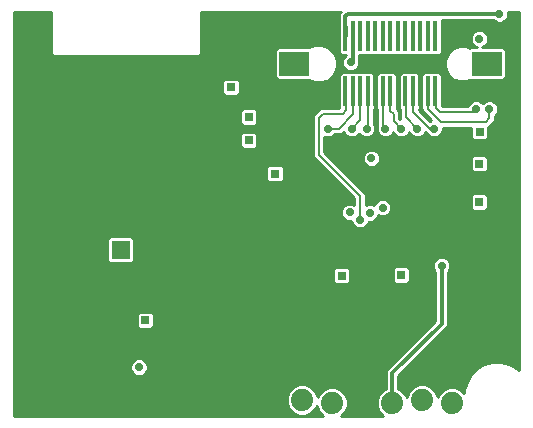
<source format=gbl>
G75*
%MOIN*%
%OFA0B0*%
%FSLAX24Y24*%
%IPPOS*%
%LPD*%
%AMOC8*
5,1,8,0,0,1.08239X$1,22.5*
%
%ADD10C,0.0740*%
%ADD11R,0.0138X0.0984*%
%ADD12R,0.0984X0.0787*%
%ADD13C,0.0100*%
%ADD14C,0.0280*%
%ADD15R,0.0591X0.0591*%
%ADD16C,0.0120*%
%ADD17R,0.0280X0.0280*%
%ADD18C,0.0080*%
D10*
X010788Y001152D03*
X011788Y001052D03*
X012788Y001152D03*
X013788Y001052D03*
X014788Y001152D03*
X015788Y001052D03*
D11*
X015479Y011440D03*
X015229Y011440D03*
X014979Y011440D03*
X014729Y011440D03*
X014479Y011440D03*
X014229Y011440D03*
X013979Y011440D03*
X013729Y011440D03*
X013479Y011440D03*
X013229Y011440D03*
X012979Y011440D03*
X012729Y011440D03*
X012479Y011440D03*
X012229Y011440D03*
X011979Y011440D03*
X011979Y013290D03*
X012229Y013290D03*
X012479Y013290D03*
X012729Y013290D03*
X012979Y013290D03*
X013229Y013290D03*
X013479Y013290D03*
X013729Y013290D03*
X013979Y013290D03*
X014229Y013290D03*
X014479Y013290D03*
X014729Y013290D03*
X014979Y013290D03*
X015229Y013290D03*
X015479Y013290D03*
D12*
X016933Y012365D03*
X010525Y012365D03*
D13*
X001187Y014080D02*
X001187Y000610D01*
X011497Y000610D01*
X011493Y000611D01*
X011347Y000758D01*
X011268Y000949D01*
X011268Y000952D01*
X011229Y000858D01*
X011083Y000711D01*
X010891Y000632D01*
X010685Y000632D01*
X010493Y000711D01*
X010347Y000858D01*
X010268Y001049D01*
X010268Y001256D01*
X010347Y001447D01*
X010493Y001593D01*
X010685Y001672D01*
X010891Y001672D01*
X011083Y001593D01*
X011229Y001447D01*
X011308Y001256D01*
X011308Y001252D01*
X011347Y001347D01*
X011493Y001493D01*
X011685Y001572D01*
X011891Y001572D01*
X012083Y001493D01*
X012229Y001347D01*
X012308Y001156D01*
X012308Y000949D01*
X012229Y000758D01*
X012083Y000611D01*
X012079Y000610D01*
X013497Y000610D01*
X013493Y000611D01*
X013347Y000758D01*
X013268Y000949D01*
X013268Y001156D01*
X013347Y001347D01*
X013493Y001493D01*
X013570Y001525D01*
X013570Y002137D01*
X013693Y002260D01*
X015224Y003790D01*
X015224Y005432D01*
X015188Y005468D01*
X015144Y005575D01*
X015144Y005690D01*
X015188Y005797D01*
X015269Y005878D01*
X015376Y005922D01*
X015491Y005922D01*
X015598Y005878D01*
X015679Y005797D01*
X015724Y005690D01*
X015724Y005575D01*
X015679Y005468D01*
X015644Y005432D01*
X015644Y003616D01*
X013990Y001963D01*
X013990Y001531D01*
X014083Y001493D01*
X014229Y001347D01*
X014268Y001252D01*
X014268Y001256D01*
X014347Y001447D01*
X014493Y001593D01*
X014685Y001672D01*
X014891Y001672D01*
X015083Y001593D01*
X015229Y001447D01*
X015308Y001256D01*
X015308Y001252D01*
X015347Y001347D01*
X015493Y001493D01*
X015685Y001572D01*
X015891Y001572D01*
X016083Y001493D01*
X016192Y001383D01*
X016192Y001483D01*
X016266Y001758D01*
X016408Y002004D01*
X016609Y002205D01*
X016855Y002347D01*
X017130Y002421D01*
X017414Y002421D01*
X017689Y002347D01*
X017935Y002205D01*
X018003Y002137D01*
X018003Y014080D01*
X017651Y014080D01*
X017653Y014076D01*
X017653Y013961D01*
X017609Y013854D01*
X017527Y013772D01*
X017420Y013728D01*
X017305Y013728D01*
X017198Y013772D01*
X017163Y013808D01*
X015448Y013808D01*
X015448Y012736D01*
X015360Y012648D01*
X012689Y012648D01*
X012689Y012500D01*
X012692Y012463D01*
X012692Y012462D01*
X012692Y012455D01*
X012695Y012421D01*
X012692Y012418D01*
X012692Y012346D01*
X012648Y012240D01*
X012566Y012158D01*
X012460Y012114D01*
X012344Y012114D01*
X012238Y012158D01*
X012156Y012240D01*
X012112Y012346D01*
X012112Y012462D01*
X012156Y012568D01*
X012236Y012648D01*
X012098Y012648D01*
X012010Y012736D01*
X012010Y013300D01*
X012004Y013323D01*
X012010Y013333D01*
X012010Y013844D01*
X012021Y013855D01*
X012021Y013861D01*
X012012Y013872D01*
X012019Y013946D01*
X012017Y014021D01*
X012026Y014031D01*
X012028Y014045D01*
X012070Y014080D01*
X007422Y014080D01*
X007422Y012696D01*
X007334Y012608D01*
X002486Y012608D01*
X002398Y012696D01*
X002398Y014080D01*
X001187Y014080D01*
X001187Y014049D02*
X002398Y014049D01*
X002398Y013950D02*
X001187Y013950D01*
X001187Y013852D02*
X002398Y013852D01*
X002398Y013753D02*
X001187Y013753D01*
X001187Y013655D02*
X002398Y013655D01*
X002398Y013556D02*
X001187Y013556D01*
X001187Y013458D02*
X002398Y013458D01*
X002398Y013359D02*
X001187Y013359D01*
X001187Y013261D02*
X002398Y013261D01*
X002398Y013162D02*
X001187Y013162D01*
X001187Y013064D02*
X002398Y013064D01*
X002398Y012965D02*
X001187Y012965D01*
X001187Y012867D02*
X002398Y012867D01*
X002398Y012768D02*
X001187Y012768D01*
X001187Y012670D02*
X002425Y012670D01*
X001187Y012571D02*
X009883Y012571D01*
X009883Y012473D02*
X001187Y012473D01*
X001187Y012374D02*
X009883Y012374D01*
X009883Y012276D02*
X001187Y012276D01*
X001187Y012177D02*
X009883Y012177D01*
X009883Y012079D02*
X001187Y012079D01*
X001187Y011980D02*
X009883Y011980D01*
X009883Y011909D02*
X009971Y011821D01*
X011002Y011821D01*
X011204Y011738D01*
X011453Y011738D01*
X011684Y011833D01*
X011860Y012009D01*
X011955Y012240D01*
X011955Y012489D01*
X011860Y012720D01*
X011684Y012896D01*
X011453Y012992D01*
X011204Y012992D01*
X011002Y012908D01*
X009971Y012908D01*
X009883Y012821D01*
X009883Y011909D01*
X009910Y011882D02*
X001187Y011882D01*
X001187Y011783D02*
X008128Y011783D01*
X008124Y011779D02*
X008124Y011375D01*
X008212Y011287D01*
X008616Y011287D01*
X008704Y011375D01*
X008704Y011779D01*
X008616Y011867D01*
X008212Y011867D01*
X008124Y011779D01*
X008124Y011685D02*
X001187Y011685D01*
X001187Y011586D02*
X008124Y011586D01*
X008124Y011488D02*
X001187Y011488D01*
X001187Y011389D02*
X008124Y011389D01*
X008209Y011291D02*
X001187Y011291D01*
X001187Y011192D02*
X012010Y011192D01*
X012010Y011094D02*
X001187Y011094D01*
X001187Y010995D02*
X012010Y010995D01*
X012010Y010897D02*
X001187Y010897D01*
X001187Y010798D02*
X008717Y010798D01*
X008714Y010795D02*
X008714Y010391D01*
X008802Y010303D01*
X009207Y010303D01*
X009294Y010391D01*
X009294Y010795D01*
X009207Y010883D01*
X008802Y010883D01*
X008714Y010795D01*
X008714Y010700D02*
X001187Y010700D01*
X001187Y010601D02*
X008714Y010601D01*
X008714Y010503D02*
X001187Y010503D01*
X001187Y010404D02*
X008714Y010404D01*
X008800Y010306D02*
X001187Y010306D01*
X001187Y010207D02*
X011149Y010207D01*
X011149Y010109D02*
X001187Y010109D01*
X001187Y010010D02*
X008717Y010010D01*
X008714Y010008D02*
X008714Y009604D01*
X008802Y009516D01*
X009207Y009516D01*
X009294Y009604D01*
X009294Y010008D01*
X009207Y010096D01*
X008802Y010096D01*
X008714Y010008D01*
X008714Y009912D02*
X001187Y009912D01*
X001187Y009813D02*
X008714Y009813D01*
X008714Y009715D02*
X001187Y009715D01*
X001187Y009616D02*
X008714Y009616D01*
X008801Y009518D02*
X001187Y009518D01*
X001187Y009419D02*
X011149Y009419D01*
X011149Y009321D02*
X001187Y009321D01*
X001187Y009222D02*
X011182Y009222D01*
X011149Y009255D02*
X012527Y007877D01*
X012527Y007657D01*
X012428Y007698D01*
X012313Y007698D01*
X012206Y007654D01*
X012125Y007572D01*
X012081Y007466D01*
X012081Y007350D01*
X012125Y007244D01*
X012206Y007162D01*
X012313Y007118D01*
X012427Y007118D01*
X012427Y007106D01*
X012471Y007000D01*
X012553Y006918D01*
X012659Y006874D01*
X012775Y006874D01*
X012881Y006918D01*
X012963Y007000D01*
X013004Y007098D01*
X013105Y007098D01*
X013212Y007142D01*
X013294Y007224D01*
X013327Y007305D01*
X013407Y007272D01*
X013523Y007272D01*
X013629Y007316D01*
X013711Y007397D01*
X013755Y007504D01*
X013755Y007619D01*
X013711Y007726D01*
X013629Y007807D01*
X013523Y007852D01*
X013407Y007852D01*
X013301Y007807D01*
X013219Y007726D01*
X013186Y007645D01*
X013105Y007678D01*
X012990Y007678D01*
X012907Y007644D01*
X012907Y008034D01*
X012796Y008145D01*
X011529Y009412D01*
X011529Y009934D01*
X011589Y009909D01*
X011704Y009909D01*
X011810Y009954D01*
X011866Y010009D01*
X011936Y010009D01*
X011937Y010008D01*
X012014Y010009D01*
X012091Y010009D01*
X012092Y010011D01*
X012094Y010011D01*
X012148Y010066D01*
X012173Y010091D01*
X012196Y010035D01*
X012277Y009954D01*
X012384Y009909D01*
X012499Y009909D01*
X012606Y009954D01*
X012687Y010035D01*
X012688Y010036D01*
X012688Y010035D01*
X012769Y009954D01*
X012876Y009909D01*
X012991Y009909D01*
X013098Y009954D01*
X013179Y010035D01*
X013224Y010142D01*
X013224Y010257D01*
X013179Y010364D01*
X013169Y010374D01*
X013169Y010856D01*
X013198Y010885D01*
X013198Y011994D01*
X013110Y012082D01*
X012098Y012082D01*
X012010Y011994D01*
X012010Y010893D01*
X011410Y010893D01*
X011260Y010744D01*
X011149Y010632D01*
X011149Y009255D01*
X011280Y009124D02*
X001187Y009124D01*
X001187Y009025D02*
X011379Y009025D01*
X011477Y008927D02*
X010151Y008927D01*
X010172Y008905D02*
X010085Y008993D01*
X009680Y008993D01*
X009592Y008905D01*
X009592Y008501D01*
X009680Y008413D01*
X010085Y008413D01*
X010172Y008501D01*
X010172Y008905D01*
X010172Y008828D02*
X011576Y008828D01*
X011674Y008730D02*
X010172Y008730D01*
X010172Y008631D02*
X011773Y008631D01*
X011871Y008533D02*
X010172Y008533D01*
X010105Y008434D02*
X011970Y008434D01*
X012068Y008336D02*
X001187Y008336D01*
X001187Y008434D02*
X009660Y008434D01*
X009592Y008533D02*
X001187Y008533D01*
X001187Y008631D02*
X009592Y008631D01*
X009592Y008730D02*
X001187Y008730D01*
X001187Y008828D02*
X009592Y008828D01*
X009614Y008927D02*
X001187Y008927D01*
X001187Y008237D02*
X012167Y008237D01*
X012265Y008139D02*
X001187Y008139D01*
X001187Y008040D02*
X012364Y008040D01*
X012462Y007942D02*
X001187Y007942D01*
X001187Y007843D02*
X012527Y007843D01*
X012527Y007745D02*
X001187Y007745D01*
X001187Y007646D02*
X012198Y007646D01*
X012115Y007548D02*
X001187Y007548D01*
X001187Y007449D02*
X012081Y007449D01*
X012081Y007351D02*
X001187Y007351D01*
X001187Y007252D02*
X012121Y007252D01*
X012227Y007154D02*
X001187Y007154D01*
X001187Y007055D02*
X012448Y007055D01*
X012514Y006957D02*
X001187Y006957D01*
X001187Y006858D02*
X018003Y006858D01*
X018003Y006760D02*
X001187Y006760D01*
X001187Y006661D02*
X018003Y006661D01*
X018003Y006563D02*
X005137Y006563D01*
X005094Y006605D02*
X004379Y006605D01*
X004291Y006517D01*
X004291Y005803D01*
X004379Y005715D01*
X005094Y005715D01*
X005182Y005803D01*
X005182Y006517D01*
X005094Y006605D01*
X005182Y006464D02*
X018003Y006464D01*
X018003Y006366D02*
X005182Y006366D01*
X005182Y006267D02*
X018003Y006267D01*
X018003Y006169D02*
X005182Y006169D01*
X005182Y006070D02*
X018003Y006070D01*
X018003Y005972D02*
X005182Y005972D01*
X005182Y005873D02*
X015264Y005873D01*
X015179Y005775D02*
X005154Y005775D01*
X004320Y005775D02*
X001187Y005775D01*
X001187Y005873D02*
X004291Y005873D01*
X004291Y005972D02*
X001187Y005972D01*
X001187Y006070D02*
X004291Y006070D01*
X004291Y006169D02*
X001187Y006169D01*
X001187Y006267D02*
X004291Y006267D01*
X004291Y006366D02*
X001187Y006366D01*
X001187Y006464D02*
X004291Y006464D01*
X004337Y006563D02*
X001187Y006563D01*
X001187Y005676D02*
X015144Y005676D01*
X015144Y005578D02*
X014327Y005578D01*
X014297Y005607D02*
X013893Y005607D01*
X013805Y005520D01*
X013805Y005115D01*
X013893Y005027D01*
X014297Y005027D01*
X014385Y005115D01*
X014385Y005520D01*
X014297Y005607D01*
X014385Y005479D02*
X015183Y005479D01*
X015224Y005381D02*
X014385Y005381D01*
X014385Y005282D02*
X015224Y005282D01*
X015224Y005184D02*
X014385Y005184D01*
X014355Y005085D02*
X015224Y005085D01*
X015224Y004987D02*
X001187Y004987D01*
X001187Y005085D02*
X011831Y005085D01*
X011817Y005100D02*
X011905Y005012D01*
X012309Y005012D01*
X012397Y005100D01*
X012397Y005504D01*
X012309Y005592D01*
X011905Y005592D01*
X011817Y005504D01*
X011817Y005100D01*
X011817Y005184D02*
X001187Y005184D01*
X001187Y005282D02*
X011817Y005282D01*
X011817Y005381D02*
X001187Y005381D01*
X001187Y005479D02*
X011817Y005479D01*
X011890Y005578D02*
X001187Y005578D01*
X001187Y004888D02*
X015224Y004888D01*
X015224Y004790D02*
X001187Y004790D01*
X001187Y004691D02*
X015224Y004691D01*
X015224Y004593D02*
X001187Y004593D01*
X001187Y004494D02*
X015224Y004494D01*
X015224Y004396D02*
X001187Y004396D01*
X001187Y004297D02*
X015224Y004297D01*
X015224Y004199D02*
X001187Y004199D01*
X001187Y004100D02*
X015224Y004100D01*
X015224Y004002D02*
X005846Y004002D01*
X005846Y004012D02*
X005758Y004100D01*
X005354Y004100D01*
X005266Y004012D01*
X005266Y003607D01*
X005354Y003520D01*
X005758Y003520D01*
X005846Y003607D01*
X005846Y004012D01*
X005846Y003903D02*
X015224Y003903D01*
X015224Y003805D02*
X005846Y003805D01*
X005846Y003706D02*
X015139Y003706D01*
X015041Y003608D02*
X005846Y003608D01*
X005266Y003608D02*
X001187Y003608D01*
X001187Y003706D02*
X005266Y003706D01*
X005266Y003805D02*
X001187Y003805D01*
X001187Y003903D02*
X005266Y003903D01*
X005266Y004002D02*
X001187Y004002D01*
X001187Y003509D02*
X014942Y003509D01*
X014844Y003411D02*
X001187Y003411D01*
X001187Y003312D02*
X014745Y003312D01*
X014647Y003214D02*
X001187Y003214D01*
X001187Y003115D02*
X014548Y003115D01*
X014450Y003017D02*
X001187Y003017D01*
X001187Y002918D02*
X014351Y002918D01*
X014253Y002820D02*
X001187Y002820D01*
X001187Y002721D02*
X014154Y002721D01*
X014056Y002623D02*
X001187Y002623D01*
X001187Y002524D02*
X005259Y002524D01*
X005289Y002537D02*
X005183Y002492D01*
X005101Y002411D01*
X005057Y002304D01*
X005057Y002189D01*
X005101Y002082D01*
X005183Y002001D01*
X005289Y001957D01*
X005405Y001957D01*
X005511Y002001D01*
X005593Y002082D01*
X005637Y002189D01*
X005637Y002304D01*
X005593Y002411D01*
X005511Y002492D01*
X005405Y002537D01*
X005289Y002537D01*
X005435Y002524D02*
X013957Y002524D01*
X013859Y002426D02*
X005578Y002426D01*
X005628Y002327D02*
X013760Y002327D01*
X013662Y002229D02*
X005637Y002229D01*
X005613Y002130D02*
X013570Y002130D01*
X013570Y002032D02*
X005542Y002032D01*
X005152Y002032D02*
X001187Y002032D01*
X001187Y002130D02*
X005081Y002130D01*
X005057Y002229D02*
X001187Y002229D01*
X001187Y002327D02*
X005066Y002327D01*
X005116Y002426D02*
X001187Y002426D01*
X001187Y001933D02*
X013570Y001933D01*
X013570Y001835D02*
X001187Y001835D01*
X001187Y001736D02*
X013570Y001736D01*
X013570Y001638D02*
X010975Y001638D01*
X011136Y001539D02*
X011605Y001539D01*
X011441Y001441D02*
X011231Y001441D01*
X011272Y001342D02*
X011345Y001342D01*
X011266Y000948D02*
X011268Y000948D01*
X011309Y000850D02*
X011221Y000850D01*
X011122Y000751D02*
X011354Y000751D01*
X011452Y000653D02*
X010941Y000653D01*
X010635Y000653D02*
X001187Y000653D01*
X001187Y000751D02*
X010454Y000751D01*
X010355Y000850D02*
X001187Y000850D01*
X001187Y000948D02*
X010310Y000948D01*
X010269Y001047D02*
X001187Y001047D01*
X001187Y001145D02*
X010268Y001145D01*
X010268Y001244D02*
X001187Y001244D01*
X001187Y001342D02*
X010304Y001342D01*
X010345Y001441D02*
X001187Y001441D01*
X001187Y001539D02*
X010439Y001539D01*
X010601Y001638D02*
X001187Y001638D01*
X009208Y009518D02*
X011149Y009518D01*
X011149Y009616D02*
X009294Y009616D01*
X009294Y009715D02*
X011149Y009715D01*
X011149Y009813D02*
X009294Y009813D01*
X009294Y009912D02*
X011149Y009912D01*
X011149Y010010D02*
X009292Y010010D01*
X009209Y010306D02*
X011149Y010306D01*
X011149Y010404D02*
X009294Y010404D01*
X009294Y010503D02*
X011149Y010503D01*
X011149Y010601D02*
X009294Y010601D01*
X009294Y010700D02*
X011216Y010700D01*
X011315Y010798D02*
X009292Y010798D01*
X008619Y011291D02*
X012010Y011291D01*
X012010Y011389D02*
X008704Y011389D01*
X008704Y011488D02*
X012010Y011488D01*
X012010Y011586D02*
X008704Y011586D01*
X008704Y011685D02*
X012010Y011685D01*
X012010Y011783D02*
X011563Y011783D01*
X011732Y011882D02*
X012010Y011882D01*
X012010Y011980D02*
X011831Y011980D01*
X011889Y012079D02*
X012095Y012079D01*
X012219Y012177D02*
X011929Y012177D01*
X011955Y012276D02*
X012141Y012276D01*
X012112Y012374D02*
X011955Y012374D01*
X011955Y012473D02*
X012117Y012473D01*
X012159Y012571D02*
X011922Y012571D01*
X011881Y012670D02*
X012076Y012670D01*
X012010Y012768D02*
X011812Y012768D01*
X011713Y012867D02*
X012010Y012867D01*
X012010Y012965D02*
X011518Y012965D01*
X011139Y012965D02*
X007422Y012965D01*
X007422Y012867D02*
X009929Y012867D01*
X009883Y012768D02*
X007422Y012768D01*
X007395Y012670D02*
X009883Y012670D01*
X008700Y011783D02*
X011094Y011783D01*
X012585Y012177D02*
X015571Y012177D01*
X015542Y012248D02*
X015631Y012032D01*
X015797Y011866D01*
X016013Y011777D01*
X016246Y011777D01*
X016371Y011828D01*
X016378Y011821D01*
X017487Y011821D01*
X017575Y011909D01*
X017575Y012821D01*
X017487Y012908D01*
X016768Y012908D01*
X016858Y012946D01*
X016939Y013027D01*
X016983Y013134D01*
X016983Y013249D01*
X016939Y013356D01*
X016858Y013437D01*
X016751Y013481D01*
X016636Y013481D01*
X016529Y013437D01*
X016448Y013356D01*
X016403Y013249D01*
X016403Y013134D01*
X016448Y013027D01*
X016529Y012946D01*
X016619Y012908D01*
X016378Y012908D01*
X016371Y012901D01*
X016246Y012953D01*
X016013Y012953D01*
X015797Y012863D01*
X015631Y012698D01*
X015542Y012482D01*
X015542Y012248D01*
X015542Y012276D02*
X012663Y012276D01*
X012692Y012374D02*
X015542Y012374D01*
X015542Y012473D02*
X012691Y012473D01*
X012689Y012571D02*
X015579Y012571D01*
X015620Y012670D02*
X015382Y012670D01*
X015448Y012768D02*
X015702Y012768D01*
X015805Y012867D02*
X015448Y012867D01*
X015448Y012965D02*
X016510Y012965D01*
X016433Y013064D02*
X015448Y013064D01*
X015448Y013162D02*
X016403Y013162D01*
X016408Y013261D02*
X015448Y013261D01*
X015448Y013359D02*
X016451Y013359D01*
X016578Y013458D02*
X015448Y013458D01*
X015448Y013556D02*
X018003Y013556D01*
X018003Y013458D02*
X016809Y013458D01*
X016936Y013359D02*
X018003Y013359D01*
X018003Y013261D02*
X016979Y013261D01*
X016983Y013162D02*
X018003Y013162D01*
X018003Y013064D02*
X016954Y013064D01*
X016877Y012965D02*
X018003Y012965D01*
X018003Y012867D02*
X017529Y012867D01*
X017575Y012768D02*
X018003Y012768D01*
X018003Y012670D02*
X017575Y012670D01*
X017575Y012571D02*
X018003Y012571D01*
X018003Y012473D02*
X017575Y012473D01*
X017575Y012374D02*
X018003Y012374D01*
X018003Y012276D02*
X017575Y012276D01*
X017575Y012177D02*
X018003Y012177D01*
X018003Y012079D02*
X017575Y012079D01*
X017575Y011980D02*
X018003Y011980D01*
X018003Y011882D02*
X017547Y011882D01*
X018003Y011783D02*
X016261Y011783D01*
X015998Y011783D02*
X015448Y011783D01*
X015448Y011685D02*
X018003Y011685D01*
X018003Y011586D02*
X015448Y011586D01*
X015448Y011488D02*
X018003Y011488D01*
X018003Y011389D02*
X015448Y011389D01*
X015448Y011418D02*
X015454Y011434D01*
X015448Y011449D01*
X015448Y011994D01*
X015360Y012082D01*
X014848Y012082D01*
X014760Y011994D01*
X014760Y010885D01*
X014789Y010856D01*
X014789Y010853D01*
X014789Y010776D01*
X014790Y010775D01*
X014790Y010773D01*
X014846Y010719D01*
X014900Y010665D01*
X014902Y010665D01*
X015096Y010478D01*
X015045Y010457D01*
X014672Y010825D01*
X014672Y010860D01*
X014698Y010885D01*
X014698Y011994D01*
X014610Y012082D01*
X014098Y012082D01*
X014010Y011994D01*
X014010Y010885D01*
X014042Y010854D01*
X014042Y010663D01*
X014043Y010585D01*
X014043Y010512D01*
X014029Y010526D01*
X014029Y010619D01*
X014033Y010624D01*
X014029Y010697D01*
X014029Y010770D01*
X014025Y010775D01*
X014024Y010781D01*
X013970Y010830D01*
X013931Y010868D01*
X013948Y010885D01*
X013948Y011994D01*
X013860Y012082D01*
X013348Y012082D01*
X013260Y011994D01*
X013260Y010885D01*
X013289Y010856D01*
X013289Y010334D01*
X013283Y010327D01*
X013285Y010304D01*
X013266Y010257D01*
X013266Y010142D01*
X013310Y010035D01*
X013391Y009954D01*
X013498Y009909D01*
X013613Y009909D01*
X013720Y009954D01*
X013802Y010035D01*
X013821Y010083D01*
X013841Y010035D01*
X013923Y009954D01*
X014029Y009909D01*
X014145Y009909D01*
X014251Y009954D01*
X014333Y010035D01*
X014355Y010088D01*
X014377Y010035D01*
X014458Y009954D01*
X014565Y009909D01*
X014680Y009909D01*
X014787Y009954D01*
X014868Y010035D01*
X014887Y010080D01*
X014902Y010064D01*
X014957Y010009D01*
X014958Y010009D01*
X014959Y010009D01*
X014962Y010009D01*
X015017Y009954D01*
X015124Y009909D01*
X015239Y009909D01*
X015346Y009954D01*
X015428Y010035D01*
X015472Y010142D01*
X015472Y010230D01*
X016415Y010230D01*
X016415Y009895D01*
X016503Y009807D01*
X016907Y009807D01*
X016995Y009895D01*
X016995Y010248D01*
X017103Y010356D01*
X017214Y010467D01*
X017214Y010633D01*
X017270Y010689D01*
X017314Y010795D01*
X017314Y010911D01*
X017270Y011017D01*
X017188Y011099D01*
X017082Y011143D01*
X016966Y011143D01*
X016860Y011099D01*
X016806Y011045D01*
X016751Y011099D01*
X016645Y011143D01*
X016529Y011143D01*
X016423Y011099D01*
X016341Y011017D01*
X016310Y010941D01*
X015457Y010941D01*
X015448Y010950D01*
X015448Y011418D01*
X015448Y011291D02*
X018003Y011291D01*
X018003Y011192D02*
X015448Y011192D01*
X015448Y011094D02*
X016418Y011094D01*
X016332Y010995D02*
X015448Y010995D01*
X014968Y010601D02*
X014899Y010601D01*
X014866Y010700D02*
X014799Y010700D01*
X014789Y010798D02*
X014699Y010798D01*
X014698Y010897D02*
X014760Y010897D01*
X014760Y010995D02*
X014698Y010995D01*
X014698Y011094D02*
X014760Y011094D01*
X014760Y011192D02*
X014698Y011192D01*
X014698Y011291D02*
X014760Y011291D01*
X014760Y011389D02*
X014698Y011389D01*
X014698Y011488D02*
X014760Y011488D01*
X014760Y011586D02*
X014698Y011586D01*
X014698Y011685D02*
X014760Y011685D01*
X014760Y011783D02*
X014698Y011783D01*
X014698Y011882D02*
X014760Y011882D01*
X014760Y011980D02*
X014698Y011980D01*
X014613Y012079D02*
X014845Y012079D01*
X015363Y012079D02*
X015612Y012079D01*
X015683Y011980D02*
X015448Y011980D01*
X015448Y011882D02*
X015781Y011882D01*
X016757Y011094D02*
X016855Y011094D01*
X017194Y011094D02*
X018003Y011094D01*
X018003Y010995D02*
X017279Y010995D01*
X017314Y010897D02*
X018003Y010897D01*
X018003Y010798D02*
X017314Y010798D01*
X017275Y010700D02*
X018003Y010700D01*
X018003Y010601D02*
X017214Y010601D01*
X017214Y010503D02*
X018003Y010503D01*
X018003Y010404D02*
X017151Y010404D01*
X017053Y010306D02*
X018003Y010306D01*
X018003Y010207D02*
X016995Y010207D01*
X016995Y010109D02*
X018003Y010109D01*
X018003Y010010D02*
X016995Y010010D01*
X016995Y009912D02*
X018003Y009912D01*
X018003Y009813D02*
X016913Y009813D01*
X016497Y009813D02*
X011529Y009813D01*
X011529Y009715D02*
X018003Y009715D01*
X018003Y009616D02*
X011529Y009616D01*
X011529Y009518D02*
X018003Y009518D01*
X018003Y009419D02*
X013297Y009419D01*
X013259Y009457D02*
X013153Y009501D01*
X013037Y009501D01*
X012931Y009457D01*
X012849Y009375D01*
X012805Y009269D01*
X012805Y009153D01*
X012849Y009047D01*
X012931Y008965D01*
X013037Y008921D01*
X013153Y008921D01*
X013259Y008965D01*
X013341Y009047D01*
X013385Y009153D01*
X013385Y009269D01*
X013341Y009375D01*
X013259Y009457D01*
X013364Y009321D02*
X016484Y009321D01*
X016487Y009324D02*
X016400Y009236D01*
X016400Y008832D01*
X016487Y008744D01*
X016892Y008744D01*
X016980Y008832D01*
X016980Y009236D01*
X016892Y009324D01*
X016487Y009324D01*
X016400Y009222D02*
X013385Y009222D01*
X013373Y009124D02*
X016400Y009124D01*
X016400Y009025D02*
X013319Y009025D01*
X013166Y008927D02*
X016400Y008927D01*
X016403Y008828D02*
X012113Y008828D01*
X012015Y008927D02*
X013024Y008927D01*
X012871Y009025D02*
X011916Y009025D01*
X011818Y009124D02*
X012817Y009124D01*
X012805Y009222D02*
X011719Y009222D01*
X011621Y009321D02*
X012826Y009321D01*
X012893Y009419D02*
X011529Y009419D01*
X011529Y009912D02*
X011583Y009912D01*
X011709Y009912D02*
X012379Y009912D01*
X012504Y009912D02*
X012871Y009912D01*
X012997Y009912D02*
X013493Y009912D01*
X013619Y009912D02*
X014024Y009912D01*
X014150Y009912D02*
X014560Y009912D01*
X014685Y009912D02*
X015119Y009912D01*
X015245Y009912D02*
X016415Y009912D01*
X016415Y010010D02*
X015402Y010010D01*
X015458Y010109D02*
X016415Y010109D01*
X016415Y010207D02*
X015472Y010207D01*
X015070Y010503D02*
X014999Y010503D01*
X014957Y010010D02*
X014843Y010010D01*
X014402Y010010D02*
X014308Y010010D01*
X013866Y010010D02*
X013776Y010010D01*
X013335Y010010D02*
X013154Y010010D01*
X013210Y010109D02*
X013279Y010109D01*
X013266Y010207D02*
X013224Y010207D01*
X013204Y010306D02*
X013285Y010306D01*
X013289Y010404D02*
X013169Y010404D01*
X013169Y010503D02*
X013289Y010503D01*
X013289Y010601D02*
X013169Y010601D01*
X013169Y010700D02*
X013289Y010700D01*
X013289Y010798D02*
X013169Y010798D01*
X013198Y010897D02*
X013260Y010897D01*
X013260Y010995D02*
X013198Y010995D01*
X013198Y011094D02*
X013260Y011094D01*
X013260Y011192D02*
X013198Y011192D01*
X013198Y011291D02*
X013260Y011291D01*
X013260Y011389D02*
X013198Y011389D01*
X013198Y011488D02*
X013260Y011488D01*
X013260Y011586D02*
X013198Y011586D01*
X013198Y011685D02*
X013260Y011685D01*
X013260Y011783D02*
X013198Y011783D01*
X013198Y011882D02*
X013260Y011882D01*
X013260Y011980D02*
X013198Y011980D01*
X013113Y012079D02*
X013345Y012079D01*
X013863Y012079D02*
X014095Y012079D01*
X014010Y011980D02*
X013948Y011980D01*
X013948Y011882D02*
X014010Y011882D01*
X014010Y011783D02*
X013948Y011783D01*
X013948Y011685D02*
X014010Y011685D01*
X014010Y011586D02*
X013948Y011586D01*
X013948Y011488D02*
X014010Y011488D01*
X014010Y011389D02*
X013948Y011389D01*
X013948Y011291D02*
X014010Y011291D01*
X014010Y011192D02*
X013948Y011192D01*
X013948Y011094D02*
X014010Y011094D01*
X014010Y010995D02*
X013948Y010995D01*
X013948Y010897D02*
X014010Y010897D01*
X014005Y010798D02*
X014042Y010798D01*
X014029Y010700D02*
X014042Y010700D01*
X014042Y010663D02*
X014042Y010663D01*
X014043Y010601D02*
X014029Y010601D01*
X012713Y010010D02*
X012662Y010010D01*
X012221Y010010D02*
X012092Y010010D01*
X012212Y008730D02*
X018003Y008730D01*
X018003Y008828D02*
X016976Y008828D01*
X016980Y008927D02*
X018003Y008927D01*
X018003Y009025D02*
X016980Y009025D01*
X016980Y009124D02*
X018003Y009124D01*
X018003Y009222D02*
X016980Y009222D01*
X016895Y009321D02*
X018003Y009321D01*
X018003Y008631D02*
X012310Y008631D01*
X012409Y008533D02*
X018003Y008533D01*
X018003Y008434D02*
X012507Y008434D01*
X012606Y008336D02*
X018003Y008336D01*
X018003Y008237D02*
X012704Y008237D01*
X012803Y008139D02*
X018003Y008139D01*
X018003Y008040D02*
X016904Y008040D01*
X016896Y008048D02*
X016491Y008048D01*
X016403Y007961D01*
X016403Y007556D01*
X016491Y007468D01*
X016896Y007468D01*
X016983Y007556D01*
X016983Y007961D01*
X016896Y008048D01*
X016983Y007942D02*
X018003Y007942D01*
X018003Y007843D02*
X016983Y007843D01*
X016983Y007745D02*
X018003Y007745D01*
X018003Y007646D02*
X016983Y007646D01*
X016975Y007548D02*
X018003Y007548D01*
X018003Y007449D02*
X013732Y007449D01*
X013755Y007548D02*
X016412Y007548D01*
X016403Y007646D02*
X013744Y007646D01*
X013692Y007745D02*
X016403Y007745D01*
X016403Y007843D02*
X013543Y007843D01*
X013387Y007843D02*
X012907Y007843D01*
X012907Y007745D02*
X013238Y007745D01*
X013186Y007646D02*
X013184Y007646D01*
X012912Y007646D02*
X012907Y007646D01*
X012907Y007942D02*
X016403Y007942D01*
X016483Y008040D02*
X012901Y008040D01*
X013664Y007351D02*
X018003Y007351D01*
X018003Y007252D02*
X013305Y007252D01*
X013223Y007154D02*
X018003Y007154D01*
X018003Y007055D02*
X012986Y007055D01*
X012920Y006957D02*
X018003Y006957D01*
X018003Y005873D02*
X015603Y005873D01*
X015689Y005775D02*
X018003Y005775D01*
X018003Y005676D02*
X015724Y005676D01*
X015724Y005578D02*
X018003Y005578D01*
X018003Y005479D02*
X015684Y005479D01*
X015644Y005381D02*
X018003Y005381D01*
X018003Y005282D02*
X015644Y005282D01*
X015644Y005184D02*
X018003Y005184D01*
X018003Y005085D02*
X015644Y005085D01*
X015644Y004987D02*
X018003Y004987D01*
X018003Y004888D02*
X015644Y004888D01*
X015644Y004790D02*
X018003Y004790D01*
X018003Y004691D02*
X015644Y004691D01*
X015644Y004593D02*
X018003Y004593D01*
X018003Y004494D02*
X015644Y004494D01*
X015644Y004396D02*
X018003Y004396D01*
X018003Y004297D02*
X015644Y004297D01*
X015644Y004199D02*
X018003Y004199D01*
X018003Y004100D02*
X015644Y004100D01*
X015644Y004002D02*
X018003Y004002D01*
X018003Y003903D02*
X015644Y003903D01*
X015644Y003805D02*
X018003Y003805D01*
X018003Y003706D02*
X015644Y003706D01*
X015635Y003608D02*
X018003Y003608D01*
X018003Y003509D02*
X015536Y003509D01*
X015438Y003411D02*
X018003Y003411D01*
X018003Y003312D02*
X015339Y003312D01*
X015241Y003214D02*
X018003Y003214D01*
X018003Y003115D02*
X015142Y003115D01*
X015044Y003017D02*
X018003Y003017D01*
X018003Y002918D02*
X014945Y002918D01*
X014847Y002820D02*
X018003Y002820D01*
X018003Y002721D02*
X014748Y002721D01*
X014650Y002623D02*
X018003Y002623D01*
X018003Y002524D02*
X014551Y002524D01*
X014453Y002426D02*
X018003Y002426D01*
X018003Y002327D02*
X017724Y002327D01*
X017895Y002229D02*
X018003Y002229D01*
X016820Y002327D02*
X014354Y002327D01*
X014256Y002229D02*
X016649Y002229D01*
X016534Y002130D02*
X014157Y002130D01*
X014059Y002032D02*
X016435Y002032D01*
X016367Y001933D02*
X013990Y001933D01*
X013990Y001835D02*
X016310Y001835D01*
X016260Y001736D02*
X013990Y001736D01*
X013990Y001638D02*
X014601Y001638D01*
X014439Y001539D02*
X013990Y001539D01*
X014135Y001441D02*
X014345Y001441D01*
X014304Y001342D02*
X014231Y001342D01*
X013570Y001539D02*
X011971Y001539D01*
X012135Y001441D02*
X013441Y001441D01*
X013345Y001342D02*
X012231Y001342D01*
X012272Y001244D02*
X013304Y001244D01*
X013268Y001145D02*
X012308Y001145D01*
X012308Y001047D02*
X013268Y001047D01*
X013268Y000948D02*
X012308Y000948D01*
X012267Y000850D02*
X013309Y000850D01*
X013354Y000751D02*
X012222Y000751D01*
X012124Y000653D02*
X013452Y000653D01*
X014975Y001638D02*
X016234Y001638D01*
X016207Y001539D02*
X015971Y001539D01*
X016135Y001441D02*
X016192Y001441D01*
X015605Y001539D02*
X015136Y001539D01*
X015231Y001441D02*
X015441Y001441D01*
X015345Y001342D02*
X015272Y001342D01*
X013835Y005085D02*
X012382Y005085D01*
X012397Y005184D02*
X013805Y005184D01*
X013805Y005282D02*
X012397Y005282D01*
X012397Y005381D02*
X013805Y005381D01*
X013805Y005479D02*
X012397Y005479D01*
X012323Y005578D02*
X013863Y005578D01*
X012010Y013064D02*
X007422Y013064D01*
X007422Y013162D02*
X012010Y013162D01*
X012010Y013261D02*
X007422Y013261D01*
X007422Y013359D02*
X012010Y013359D01*
X012010Y013458D02*
X007422Y013458D01*
X007422Y013556D02*
X012010Y013556D01*
X012010Y013655D02*
X007422Y013655D01*
X007422Y013753D02*
X012010Y013753D01*
X012017Y013852D02*
X007422Y013852D01*
X007422Y013950D02*
X012019Y013950D01*
X012032Y014049D02*
X007422Y014049D01*
X015448Y013753D02*
X017245Y013753D01*
X017480Y013753D02*
X018003Y013753D01*
X018003Y013655D02*
X015448Y013655D01*
X017606Y013852D02*
X018003Y013852D01*
X018003Y013950D02*
X017648Y013950D01*
X017653Y014049D02*
X018003Y014049D01*
D14*
X017363Y014018D03*
X016693Y013191D03*
X016587Y010853D03*
X017024Y010853D03*
X015182Y010199D03*
X014623Y010199D03*
X014087Y010199D03*
X013556Y010199D03*
X012934Y010199D03*
X012441Y010199D03*
X011646Y010199D03*
X013095Y009211D03*
X013465Y007562D03*
X013048Y007388D03*
X012717Y007164D03*
X012371Y007408D03*
X015434Y005632D03*
X012402Y012404D03*
X009882Y013900D03*
X003823Y004125D03*
X005347Y002247D03*
D15*
X005737Y006160D03*
X004737Y006160D03*
D16*
X012402Y012404D02*
X012479Y012493D01*
X012479Y013290D01*
X012245Y013294D02*
X012229Y013290D01*
X012245Y013294D02*
X012229Y013940D01*
X012323Y014018D01*
X017363Y014018D01*
X015434Y005632D02*
X015434Y003703D01*
X013780Y002050D01*
X013780Y001060D01*
X013788Y001052D01*
D17*
X014095Y005317D03*
X012107Y005302D03*
X009882Y008703D03*
X009004Y009806D03*
X009004Y010593D03*
X008414Y011577D03*
X016705Y010097D03*
X016690Y009034D03*
X016693Y007758D03*
X005556Y003810D03*
D18*
X012717Y007164D02*
X012717Y007955D01*
X011339Y009333D01*
X011339Y010554D01*
X011489Y010703D01*
X012134Y010703D01*
X012241Y010810D01*
X012229Y011440D01*
X012473Y011426D02*
X012479Y011440D01*
X012473Y011426D02*
X012473Y010676D01*
X012012Y010199D01*
X011646Y010199D01*
X012441Y010199D02*
X012729Y010491D01*
X012729Y011440D01*
X012979Y011440D02*
X012979Y010249D01*
X012934Y010199D01*
X013479Y010264D02*
X013556Y010199D01*
X013479Y010264D02*
X013479Y011440D01*
X013729Y011440D02*
X013729Y010790D01*
X013839Y010691D01*
X013839Y010447D01*
X014087Y010199D01*
X014233Y010585D02*
X014623Y010199D01*
X015036Y010199D02*
X015182Y010199D01*
X015036Y010199D02*
X014483Y010745D01*
X014479Y011440D01*
X014229Y011440D02*
X014233Y010585D01*
X014979Y010855D02*
X015430Y010420D01*
X016898Y010420D01*
X017024Y010546D01*
X017024Y010853D01*
X016587Y010853D02*
X016587Y010849D01*
X016489Y010751D01*
X015375Y010751D01*
X015253Y010880D01*
X015249Y011432D01*
X015229Y011440D01*
X014979Y011440D02*
X014979Y010855D01*
M02*

</source>
